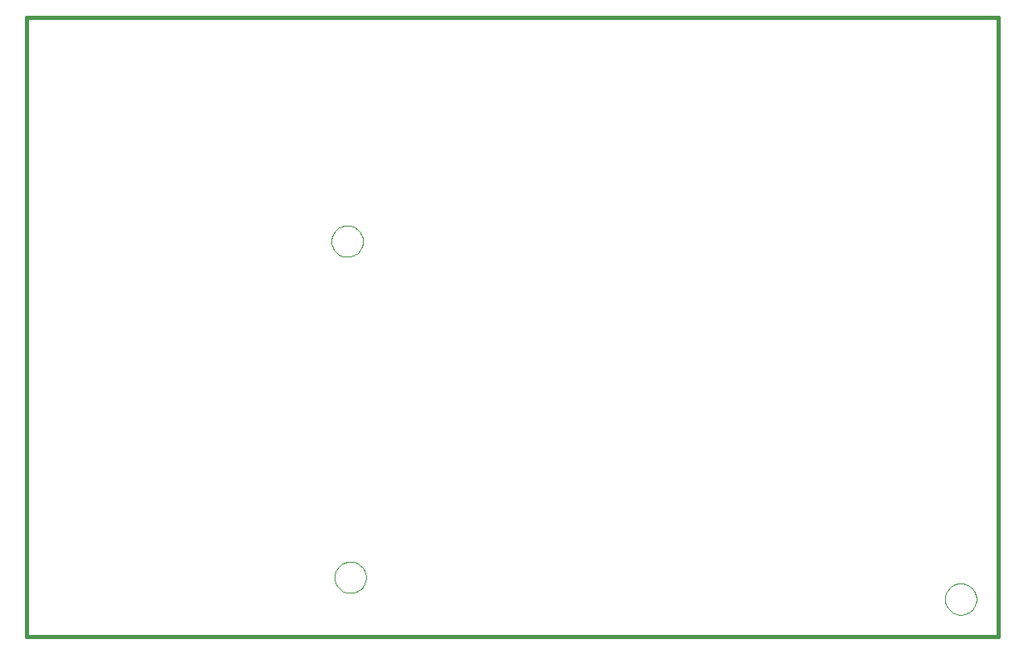
<source format=gbp>
G75*
%MOIN*%
%OFA0B0*%
%FSLAX24Y24*%
%IPPOS*%
%LPD*%
%AMOC8*
5,1,8,0,0,1.08239X$1,22.5*
%
%ADD10C,0.0160*%
%ADD11C,0.0000*%
D10*
X003260Y001095D02*
X003260Y025966D01*
X042260Y025970D01*
X042260Y001095D01*
X003260Y001095D01*
D11*
X015630Y003470D02*
X015632Y003520D01*
X015638Y003570D01*
X015648Y003619D01*
X015662Y003667D01*
X015679Y003714D01*
X015700Y003759D01*
X015725Y003803D01*
X015753Y003844D01*
X015785Y003883D01*
X015819Y003920D01*
X015856Y003954D01*
X015896Y003984D01*
X015938Y004011D01*
X015982Y004035D01*
X016028Y004056D01*
X016075Y004072D01*
X016123Y004085D01*
X016173Y004094D01*
X016222Y004099D01*
X016273Y004100D01*
X016323Y004097D01*
X016372Y004090D01*
X016421Y004079D01*
X016469Y004064D01*
X016515Y004046D01*
X016560Y004024D01*
X016603Y003998D01*
X016644Y003969D01*
X016683Y003937D01*
X016719Y003902D01*
X016751Y003864D01*
X016781Y003824D01*
X016808Y003781D01*
X016831Y003737D01*
X016850Y003691D01*
X016866Y003643D01*
X016878Y003594D01*
X016886Y003545D01*
X016890Y003495D01*
X016890Y003445D01*
X016886Y003395D01*
X016878Y003346D01*
X016866Y003297D01*
X016850Y003249D01*
X016831Y003203D01*
X016808Y003159D01*
X016781Y003116D01*
X016751Y003076D01*
X016719Y003038D01*
X016683Y003003D01*
X016644Y002971D01*
X016603Y002942D01*
X016560Y002916D01*
X016515Y002894D01*
X016469Y002876D01*
X016421Y002861D01*
X016372Y002850D01*
X016323Y002843D01*
X016273Y002840D01*
X016222Y002841D01*
X016173Y002846D01*
X016123Y002855D01*
X016075Y002868D01*
X016028Y002884D01*
X015982Y002905D01*
X015938Y002929D01*
X015896Y002956D01*
X015856Y002986D01*
X015819Y003020D01*
X015785Y003057D01*
X015753Y003096D01*
X015725Y003137D01*
X015700Y003181D01*
X015679Y003226D01*
X015662Y003273D01*
X015648Y003321D01*
X015638Y003370D01*
X015632Y003420D01*
X015630Y003470D01*
X015505Y016970D02*
X015507Y017020D01*
X015513Y017070D01*
X015523Y017119D01*
X015537Y017167D01*
X015554Y017214D01*
X015575Y017259D01*
X015600Y017303D01*
X015628Y017344D01*
X015660Y017383D01*
X015694Y017420D01*
X015731Y017454D01*
X015771Y017484D01*
X015813Y017511D01*
X015857Y017535D01*
X015903Y017556D01*
X015950Y017572D01*
X015998Y017585D01*
X016048Y017594D01*
X016097Y017599D01*
X016148Y017600D01*
X016198Y017597D01*
X016247Y017590D01*
X016296Y017579D01*
X016344Y017564D01*
X016390Y017546D01*
X016435Y017524D01*
X016478Y017498D01*
X016519Y017469D01*
X016558Y017437D01*
X016594Y017402D01*
X016626Y017364D01*
X016656Y017324D01*
X016683Y017281D01*
X016706Y017237D01*
X016725Y017191D01*
X016741Y017143D01*
X016753Y017094D01*
X016761Y017045D01*
X016765Y016995D01*
X016765Y016945D01*
X016761Y016895D01*
X016753Y016846D01*
X016741Y016797D01*
X016725Y016749D01*
X016706Y016703D01*
X016683Y016659D01*
X016656Y016616D01*
X016626Y016576D01*
X016594Y016538D01*
X016558Y016503D01*
X016519Y016471D01*
X016478Y016442D01*
X016435Y016416D01*
X016390Y016394D01*
X016344Y016376D01*
X016296Y016361D01*
X016247Y016350D01*
X016198Y016343D01*
X016148Y016340D01*
X016097Y016341D01*
X016048Y016346D01*
X015998Y016355D01*
X015950Y016368D01*
X015903Y016384D01*
X015857Y016405D01*
X015813Y016429D01*
X015771Y016456D01*
X015731Y016486D01*
X015694Y016520D01*
X015660Y016557D01*
X015628Y016596D01*
X015600Y016637D01*
X015575Y016681D01*
X015554Y016726D01*
X015537Y016773D01*
X015523Y016821D01*
X015513Y016870D01*
X015507Y016920D01*
X015505Y016970D01*
X040130Y002595D02*
X040132Y002645D01*
X040138Y002695D01*
X040148Y002744D01*
X040162Y002792D01*
X040179Y002839D01*
X040200Y002884D01*
X040225Y002928D01*
X040253Y002969D01*
X040285Y003008D01*
X040319Y003045D01*
X040356Y003079D01*
X040396Y003109D01*
X040438Y003136D01*
X040482Y003160D01*
X040528Y003181D01*
X040575Y003197D01*
X040623Y003210D01*
X040673Y003219D01*
X040722Y003224D01*
X040773Y003225D01*
X040823Y003222D01*
X040872Y003215D01*
X040921Y003204D01*
X040969Y003189D01*
X041015Y003171D01*
X041060Y003149D01*
X041103Y003123D01*
X041144Y003094D01*
X041183Y003062D01*
X041219Y003027D01*
X041251Y002989D01*
X041281Y002949D01*
X041308Y002906D01*
X041331Y002862D01*
X041350Y002816D01*
X041366Y002768D01*
X041378Y002719D01*
X041386Y002670D01*
X041390Y002620D01*
X041390Y002570D01*
X041386Y002520D01*
X041378Y002471D01*
X041366Y002422D01*
X041350Y002374D01*
X041331Y002328D01*
X041308Y002284D01*
X041281Y002241D01*
X041251Y002201D01*
X041219Y002163D01*
X041183Y002128D01*
X041144Y002096D01*
X041103Y002067D01*
X041060Y002041D01*
X041015Y002019D01*
X040969Y002001D01*
X040921Y001986D01*
X040872Y001975D01*
X040823Y001968D01*
X040773Y001965D01*
X040722Y001966D01*
X040673Y001971D01*
X040623Y001980D01*
X040575Y001993D01*
X040528Y002009D01*
X040482Y002030D01*
X040438Y002054D01*
X040396Y002081D01*
X040356Y002111D01*
X040319Y002145D01*
X040285Y002182D01*
X040253Y002221D01*
X040225Y002262D01*
X040200Y002306D01*
X040179Y002351D01*
X040162Y002398D01*
X040148Y002446D01*
X040138Y002495D01*
X040132Y002545D01*
X040130Y002595D01*
M02*

</source>
